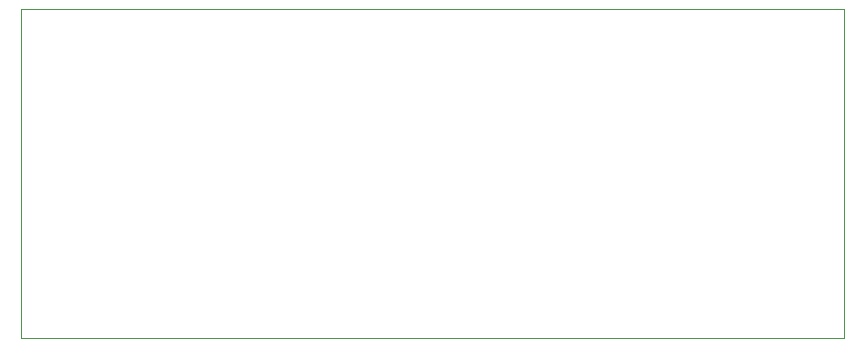
<source format=gbr>
%TF.GenerationSoftware,KiCad,Pcbnew,(6.0.4)*%
%TF.CreationDate,2022-04-25T14:33:06+01:00*%
%TF.ProjectId,CameraIntervalometer,43616d65-7261-4496-9e74-657276616c6f,rev?*%
%TF.SameCoordinates,Original*%
%TF.FileFunction,Profile,NP*%
%FSLAX46Y46*%
G04 Gerber Fmt 4.6, Leading zero omitted, Abs format (unit mm)*
G04 Created by KiCad (PCBNEW (6.0.4)) date 2022-04-25 14:33:06*
%MOMM*%
%LPD*%
G01*
G04 APERTURE LIST*
%TA.AperFunction,Profile*%
%ADD10C,0.100000*%
%TD*%
G04 APERTURE END LIST*
D10*
X113200000Y-69050000D02*
X182850000Y-69050000D01*
X182850000Y-69050000D02*
X182850000Y-96950000D01*
X182850000Y-96950000D02*
X113200000Y-96950000D01*
X113200000Y-96950000D02*
X113200000Y-69050000D01*
M02*

</source>
